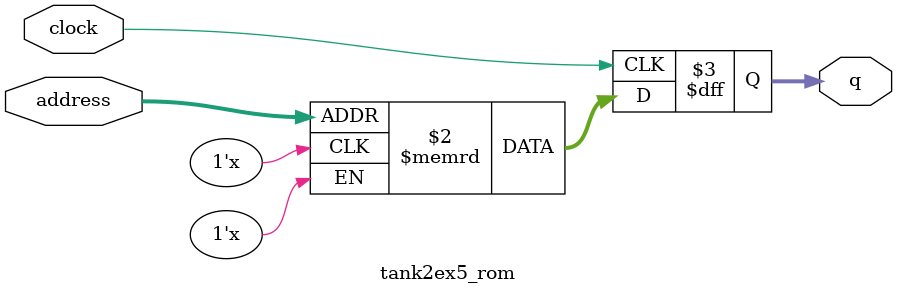
<source format=sv>
module tank2ex5_rom (
	input logic clock,
	input logic [9:0] address,
	output logic [3:0] q
);

logic [3:0] memory [0:1023] /* synthesis ram_init_file = "./tank2ex5/tank2ex5.mif" */;

always_ff @ (posedge clock) begin
	q <= memory[address];
end

endmodule

</source>
